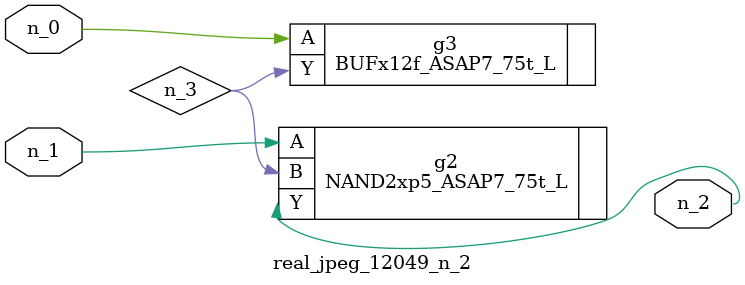
<source format=v>
module real_jpeg_12049_n_2 (n_1, n_0, n_2);

input n_1;
input n_0;

output n_2;

wire n_3;

BUFx12f_ASAP7_75t_L g3 ( 
.A(n_0),
.Y(n_3)
);

NAND2xp5_ASAP7_75t_L g2 ( 
.A(n_1),
.B(n_3),
.Y(n_2)
);


endmodule
</source>
